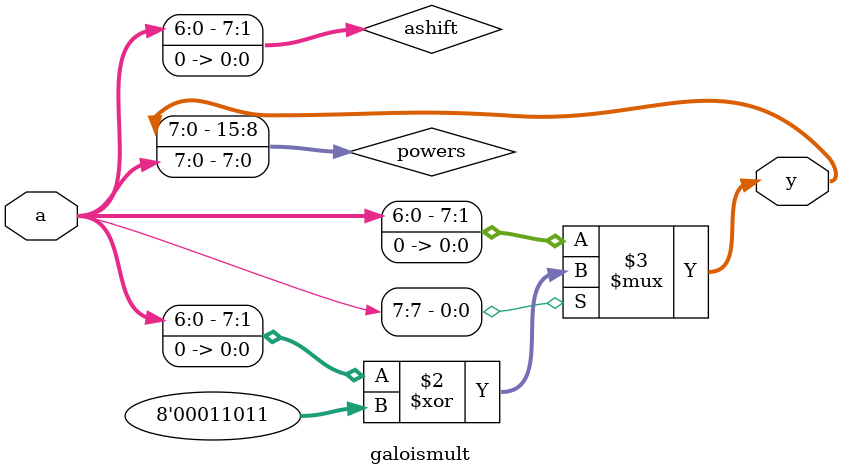
<source format=sv>
/*
  Robert "Skipper" Gonzalez
  sgonzalez@g.hmc.edu
  12/10/2019
  galois mult module

  Below is a module for performing multiplication by x^N in
  GF(2^8). This is achieved by a left shift followed by an XOR
  if the result overflows. Uses irreducible polynomial
  x^8+x^4+x^3+x+1 = 00011011.

  Parameters:
    N: power of x to multiply a by in GF(2^8)

  Inputs:
    a[31:0]:  original byte

  Outputs:
    y[127:0]: byte multiplied by x^N in GF(2^8)

  Internal Variables:
    powers[8*(N+1)-1:0]: 8(N+1)-bit object that holds input multiplied by powers of x
    ashift[8*(N+1)-1:0]: temporary placeholder for last power shifted left
*/

module galoismult #(parameter N = 1)
                   (input  logic [7:0] a,
                    output logic [7:0] y);

  genvar i;
  logic [8*(N+1)-1:0] powers;
  logic [8*N-1:0]     ashift;

  generate
    assign powers[0 +: 8] = a;
    for (i = 1; i < N+1; i++) begin : galois
      assign ashift[(i-1)*8 +: 8] = (powers[(i-1)*8 +: 8] << 1);
      assign powers[i*8 +: 8] = (powers[i*8-1])? 
		(ashift[(i-1)*8 +: 8] ^ 8'b00011011) : ashift[(i-1)*8 +: 8];
    end

  endgenerate

  assign y = powers[N*8 +: 8];
endmodule

</source>
